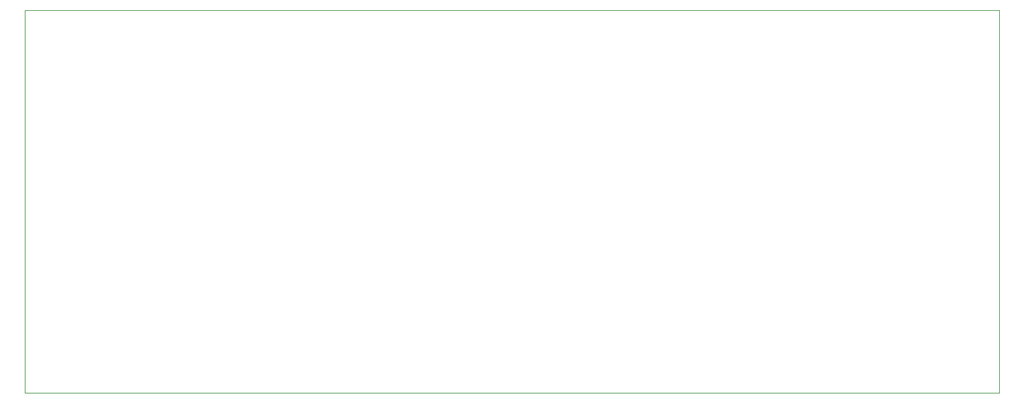
<source format=gbr>
%TF.GenerationSoftware,KiCad,Pcbnew,(6.0.0)*%
%TF.CreationDate,2022-04-24T20:10:25+02:00*%
%TF.ProjectId,ZorroDebug,5a6f7272-6f44-4656-9275-672e6b696361,rev?*%
%TF.SameCoordinates,Original*%
%TF.FileFunction,Profile,NP*%
%FSLAX46Y46*%
G04 Gerber Fmt 4.6, Leading zero omitted, Abs format (unit mm)*
G04 Created by KiCad (PCBNEW (6.0.0)) date 2022-04-24 20:10:25*
%MOMM*%
%LPD*%
G01*
G04 APERTURE LIST*
%TA.AperFunction,Profile*%
%ADD10C,0.100000*%
%TD*%
G04 APERTURE END LIST*
D10*
X121160000Y-71410000D02*
X121160000Y-122420000D01*
X250700000Y-122420000D02*
X250700000Y-71410000D01*
X250700000Y-71410000D02*
X121160000Y-71410000D01*
X121160000Y-122420000D02*
X250700000Y-122420000D01*
M02*

</source>
